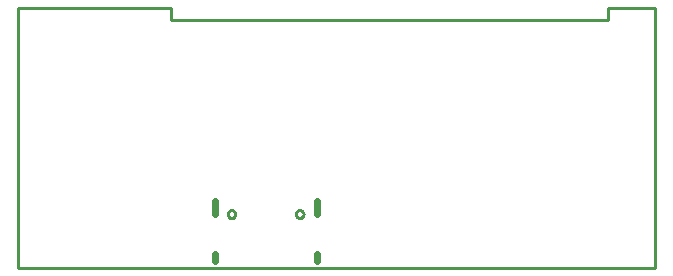
<source format=gko>
G04 EAGLE Gerber RS-274X export*
G75*
%MOMM*%
%FSLAX34Y34*%
%LPD*%
%IN*%
%IPPOS*%
%AMOC8*
5,1,8,0,0,1.08239X$1,22.5*%
G01*
%ADD10C,0.050000*%
%ADD11C,0.000000*%
%ADD12C,0.600000*%
%ADD13C,0.254000*%


D10*
X540000Y220000D02*
X540000Y0D01*
X0Y0D01*
X0Y220000D01*
X500000Y220000D02*
X540000Y220000D01*
X500000Y220000D02*
X500000Y210000D01*
X130000Y210000D01*
X130000Y220000D01*
X0Y220000D01*
D11*
X177850Y45550D02*
X177852Y45663D01*
X177858Y45777D01*
X177868Y45890D01*
X177882Y46002D01*
X177899Y46114D01*
X177921Y46226D01*
X177947Y46336D01*
X177976Y46446D01*
X178009Y46554D01*
X178046Y46662D01*
X178087Y46767D01*
X178131Y46872D01*
X178179Y46975D01*
X178230Y47076D01*
X178285Y47175D01*
X178344Y47272D01*
X178406Y47367D01*
X178471Y47460D01*
X178539Y47551D01*
X178610Y47639D01*
X178685Y47725D01*
X178762Y47808D01*
X178842Y47888D01*
X178925Y47965D01*
X179011Y48040D01*
X179099Y48111D01*
X179190Y48179D01*
X179283Y48244D01*
X179378Y48306D01*
X179475Y48365D01*
X179574Y48420D01*
X179675Y48471D01*
X179778Y48519D01*
X179883Y48563D01*
X179988Y48604D01*
X180096Y48641D01*
X180204Y48674D01*
X180314Y48703D01*
X180424Y48729D01*
X180536Y48751D01*
X180648Y48768D01*
X180760Y48782D01*
X180873Y48792D01*
X180987Y48798D01*
X181100Y48800D01*
X181213Y48798D01*
X181327Y48792D01*
X181440Y48782D01*
X181552Y48768D01*
X181664Y48751D01*
X181776Y48729D01*
X181886Y48703D01*
X181996Y48674D01*
X182104Y48641D01*
X182212Y48604D01*
X182317Y48563D01*
X182422Y48519D01*
X182525Y48471D01*
X182626Y48420D01*
X182725Y48365D01*
X182822Y48306D01*
X182917Y48244D01*
X183010Y48179D01*
X183101Y48111D01*
X183189Y48040D01*
X183275Y47965D01*
X183358Y47888D01*
X183438Y47808D01*
X183515Y47725D01*
X183590Y47639D01*
X183661Y47551D01*
X183729Y47460D01*
X183794Y47367D01*
X183856Y47272D01*
X183915Y47175D01*
X183970Y47076D01*
X184021Y46975D01*
X184069Y46872D01*
X184113Y46767D01*
X184154Y46662D01*
X184191Y46554D01*
X184224Y46446D01*
X184253Y46336D01*
X184279Y46226D01*
X184301Y46114D01*
X184318Y46002D01*
X184332Y45890D01*
X184342Y45777D01*
X184348Y45663D01*
X184350Y45550D01*
X184348Y45437D01*
X184342Y45323D01*
X184332Y45210D01*
X184318Y45098D01*
X184301Y44986D01*
X184279Y44874D01*
X184253Y44764D01*
X184224Y44654D01*
X184191Y44546D01*
X184154Y44438D01*
X184113Y44333D01*
X184069Y44228D01*
X184021Y44125D01*
X183970Y44024D01*
X183915Y43925D01*
X183856Y43828D01*
X183794Y43733D01*
X183729Y43640D01*
X183661Y43549D01*
X183590Y43461D01*
X183515Y43375D01*
X183438Y43292D01*
X183358Y43212D01*
X183275Y43135D01*
X183189Y43060D01*
X183101Y42989D01*
X183010Y42921D01*
X182917Y42856D01*
X182822Y42794D01*
X182725Y42735D01*
X182626Y42680D01*
X182525Y42629D01*
X182422Y42581D01*
X182317Y42537D01*
X182212Y42496D01*
X182104Y42459D01*
X181996Y42426D01*
X181886Y42397D01*
X181776Y42371D01*
X181664Y42349D01*
X181552Y42332D01*
X181440Y42318D01*
X181327Y42308D01*
X181213Y42302D01*
X181100Y42300D01*
X180987Y42302D01*
X180873Y42308D01*
X180760Y42318D01*
X180648Y42332D01*
X180536Y42349D01*
X180424Y42371D01*
X180314Y42397D01*
X180204Y42426D01*
X180096Y42459D01*
X179988Y42496D01*
X179883Y42537D01*
X179778Y42581D01*
X179675Y42629D01*
X179574Y42680D01*
X179475Y42735D01*
X179378Y42794D01*
X179283Y42856D01*
X179190Y42921D01*
X179099Y42989D01*
X179011Y43060D01*
X178925Y43135D01*
X178842Y43212D01*
X178762Y43292D01*
X178685Y43375D01*
X178610Y43461D01*
X178539Y43549D01*
X178471Y43640D01*
X178406Y43733D01*
X178344Y43828D01*
X178285Y43925D01*
X178230Y44024D01*
X178179Y44125D01*
X178131Y44228D01*
X178087Y44333D01*
X178046Y44438D01*
X178009Y44546D01*
X177976Y44654D01*
X177947Y44764D01*
X177921Y44874D01*
X177899Y44986D01*
X177882Y45098D01*
X177868Y45210D01*
X177858Y45323D01*
X177852Y45437D01*
X177850Y45550D01*
X235650Y45550D02*
X235652Y45663D01*
X235658Y45777D01*
X235668Y45890D01*
X235682Y46002D01*
X235699Y46114D01*
X235721Y46226D01*
X235747Y46336D01*
X235776Y46446D01*
X235809Y46554D01*
X235846Y46662D01*
X235887Y46767D01*
X235931Y46872D01*
X235979Y46975D01*
X236030Y47076D01*
X236085Y47175D01*
X236144Y47272D01*
X236206Y47367D01*
X236271Y47460D01*
X236339Y47551D01*
X236410Y47639D01*
X236485Y47725D01*
X236562Y47808D01*
X236642Y47888D01*
X236725Y47965D01*
X236811Y48040D01*
X236899Y48111D01*
X236990Y48179D01*
X237083Y48244D01*
X237178Y48306D01*
X237275Y48365D01*
X237374Y48420D01*
X237475Y48471D01*
X237578Y48519D01*
X237683Y48563D01*
X237788Y48604D01*
X237896Y48641D01*
X238004Y48674D01*
X238114Y48703D01*
X238224Y48729D01*
X238336Y48751D01*
X238448Y48768D01*
X238560Y48782D01*
X238673Y48792D01*
X238787Y48798D01*
X238900Y48800D01*
X239013Y48798D01*
X239127Y48792D01*
X239240Y48782D01*
X239352Y48768D01*
X239464Y48751D01*
X239576Y48729D01*
X239686Y48703D01*
X239796Y48674D01*
X239904Y48641D01*
X240012Y48604D01*
X240117Y48563D01*
X240222Y48519D01*
X240325Y48471D01*
X240426Y48420D01*
X240525Y48365D01*
X240622Y48306D01*
X240717Y48244D01*
X240810Y48179D01*
X240901Y48111D01*
X240989Y48040D01*
X241075Y47965D01*
X241158Y47888D01*
X241238Y47808D01*
X241315Y47725D01*
X241390Y47639D01*
X241461Y47551D01*
X241529Y47460D01*
X241594Y47367D01*
X241656Y47272D01*
X241715Y47175D01*
X241770Y47076D01*
X241821Y46975D01*
X241869Y46872D01*
X241913Y46767D01*
X241954Y46662D01*
X241991Y46554D01*
X242024Y46446D01*
X242053Y46336D01*
X242079Y46226D01*
X242101Y46114D01*
X242118Y46002D01*
X242132Y45890D01*
X242142Y45777D01*
X242148Y45663D01*
X242150Y45550D01*
X242148Y45437D01*
X242142Y45323D01*
X242132Y45210D01*
X242118Y45098D01*
X242101Y44986D01*
X242079Y44874D01*
X242053Y44764D01*
X242024Y44654D01*
X241991Y44546D01*
X241954Y44438D01*
X241913Y44333D01*
X241869Y44228D01*
X241821Y44125D01*
X241770Y44024D01*
X241715Y43925D01*
X241656Y43828D01*
X241594Y43733D01*
X241529Y43640D01*
X241461Y43549D01*
X241390Y43461D01*
X241315Y43375D01*
X241238Y43292D01*
X241158Y43212D01*
X241075Y43135D01*
X240989Y43060D01*
X240901Y42989D01*
X240810Y42921D01*
X240717Y42856D01*
X240622Y42794D01*
X240525Y42735D01*
X240426Y42680D01*
X240325Y42629D01*
X240222Y42581D01*
X240117Y42537D01*
X240012Y42496D01*
X239904Y42459D01*
X239796Y42426D01*
X239686Y42397D01*
X239576Y42371D01*
X239464Y42349D01*
X239352Y42332D01*
X239240Y42318D01*
X239127Y42308D01*
X239013Y42302D01*
X238900Y42300D01*
X238787Y42302D01*
X238673Y42308D01*
X238560Y42318D01*
X238448Y42332D01*
X238336Y42349D01*
X238224Y42371D01*
X238114Y42397D01*
X238004Y42426D01*
X237896Y42459D01*
X237788Y42496D01*
X237683Y42537D01*
X237578Y42581D01*
X237475Y42629D01*
X237374Y42680D01*
X237275Y42735D01*
X237178Y42794D01*
X237083Y42856D01*
X236990Y42921D01*
X236899Y42989D01*
X236811Y43060D01*
X236725Y43135D01*
X236642Y43212D01*
X236562Y43292D01*
X236485Y43375D01*
X236410Y43461D01*
X236339Y43549D01*
X236271Y43640D01*
X236206Y43733D01*
X236144Y43828D01*
X236085Y43925D01*
X236030Y44024D01*
X235979Y44125D01*
X235931Y44228D01*
X235887Y44333D01*
X235846Y44438D01*
X235809Y44546D01*
X235776Y44654D01*
X235747Y44764D01*
X235721Y44874D01*
X235699Y44986D01*
X235682Y45098D01*
X235668Y45210D01*
X235658Y45323D01*
X235652Y45437D01*
X235650Y45550D01*
D12*
X166820Y45350D02*
X166820Y56350D01*
X253180Y56350D02*
X253180Y45350D01*
X166820Y12200D02*
X166820Y6000D01*
X253180Y6000D02*
X253180Y12200D01*
D13*
X0Y0D02*
X540000Y0D01*
X540000Y220000D01*
X500000Y220000D01*
X500000Y210000D01*
X130000Y210000D01*
X130000Y220000D01*
X0Y220000D01*
X0Y0D01*
X184350Y45337D02*
X184294Y44915D01*
X184184Y44503D01*
X184021Y44109D01*
X183808Y43741D01*
X183549Y43403D01*
X183247Y43101D01*
X182909Y42842D01*
X182541Y42629D01*
X182147Y42466D01*
X181735Y42356D01*
X181313Y42300D01*
X180887Y42300D01*
X180465Y42356D01*
X180053Y42466D01*
X179659Y42629D01*
X179291Y42842D01*
X178953Y43101D01*
X178651Y43403D01*
X178392Y43741D01*
X178179Y44109D01*
X178016Y44503D01*
X177906Y44915D01*
X177850Y45337D01*
X177850Y45763D01*
X177906Y46185D01*
X178016Y46597D01*
X178179Y46991D01*
X178392Y47359D01*
X178651Y47697D01*
X178953Y47999D01*
X179291Y48258D01*
X179659Y48471D01*
X180053Y48634D01*
X180465Y48744D01*
X180887Y48800D01*
X181313Y48800D01*
X181735Y48744D01*
X182147Y48634D01*
X182541Y48471D01*
X182909Y48258D01*
X183247Y47999D01*
X183549Y47697D01*
X183808Y47359D01*
X184021Y46991D01*
X184184Y46597D01*
X184294Y46185D01*
X184350Y45763D01*
X184350Y45337D01*
X242150Y45337D02*
X242094Y44915D01*
X241984Y44503D01*
X241821Y44109D01*
X241608Y43741D01*
X241349Y43403D01*
X241047Y43101D01*
X240709Y42842D01*
X240341Y42629D01*
X239947Y42466D01*
X239535Y42356D01*
X239113Y42300D01*
X238687Y42300D01*
X238265Y42356D01*
X237853Y42466D01*
X237459Y42629D01*
X237091Y42842D01*
X236753Y43101D01*
X236451Y43403D01*
X236192Y43741D01*
X235979Y44109D01*
X235816Y44503D01*
X235706Y44915D01*
X235650Y45337D01*
X235650Y45763D01*
X235706Y46185D01*
X235816Y46597D01*
X235979Y46991D01*
X236192Y47359D01*
X236451Y47697D01*
X236753Y47999D01*
X237091Y48258D01*
X237459Y48471D01*
X237853Y48634D01*
X238265Y48744D01*
X238687Y48800D01*
X239113Y48800D01*
X239535Y48744D01*
X239947Y48634D01*
X240341Y48471D01*
X240709Y48258D01*
X241047Y47999D01*
X241349Y47697D01*
X241608Y47359D01*
X241821Y46991D01*
X241984Y46597D01*
X242094Y46185D01*
X242150Y45763D01*
X242150Y45337D01*
M02*

</source>
